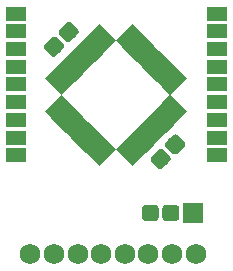
<source format=gbr>
%TF.GenerationSoftware,KiCad,Pcbnew,(5.0.0)*%
%TF.CreationDate,2019-02-01T22:06:09+01:00*%
%TF.ProjectId,HM-LC-Sw1-Pl-DN-R1_OBII,484D2D4C432D5377312D506C2D444E2D,rev?*%
%TF.SameCoordinates,Original*%
%TF.FileFunction,Soldermask,Top*%
%TF.FilePolarity,Negative*%
%FSLAX46Y46*%
G04 Gerber Fmt 4.6, Leading zero omitted, Abs format (unit mm)*
G04 Created by KiCad (PCBNEW (5.0.0)) date 02/01/19 22:06:09*
%MOMM*%
%LPD*%
G01*
G04 APERTURE LIST*
%ADD10R,1.750000X1.750000*%
%ADD11C,1.750000*%
%ADD12C,0.950000*%
%ADD13C,0.150000*%
%ADD14C,1.350000*%
%ADD15R,1.700000X1.300000*%
G04 APERTURE END LIST*
D10*
X155500000Y-97750000D03*
D11*
X155700000Y-101250000D03*
X141700000Y-101250000D03*
X143700000Y-101250000D03*
X145700000Y-101250000D03*
X147700000Y-101250000D03*
X149700000Y-101250000D03*
X151700000Y-101250000D03*
X153700000Y-101250000D03*
D12*
X147924695Y-82764897D03*
D13*
G36*
X146881712Y-82393666D02*
X147553464Y-81721914D01*
X148967678Y-83136128D01*
X148295926Y-83807880D01*
X146881712Y-82393666D01*
X146881712Y-82393666D01*
G37*
D12*
X147359010Y-83330583D03*
D13*
G36*
X146316027Y-82959352D02*
X146987779Y-82287600D01*
X148401993Y-83701814D01*
X147730241Y-84373566D01*
X146316027Y-82959352D01*
X146316027Y-82959352D01*
G37*
D12*
X146793324Y-83896268D03*
D13*
G36*
X145750341Y-83525037D02*
X146422093Y-82853285D01*
X147836307Y-84267499D01*
X147164555Y-84939251D01*
X145750341Y-83525037D01*
X145750341Y-83525037D01*
G37*
D12*
X146227639Y-84461953D03*
D13*
G36*
X145184656Y-84090722D02*
X145856408Y-83418970D01*
X147270622Y-84833184D01*
X146598870Y-85504936D01*
X145184656Y-84090722D01*
X145184656Y-84090722D01*
G37*
D12*
X145661953Y-85027639D03*
D13*
G36*
X144618970Y-84656408D02*
X145290722Y-83984656D01*
X146704936Y-85398870D01*
X146033184Y-86070622D01*
X144618970Y-84656408D01*
X144618970Y-84656408D01*
G37*
D12*
X145096268Y-85593324D03*
D13*
G36*
X144053285Y-85222093D02*
X144725037Y-84550341D01*
X146139251Y-85964555D01*
X145467499Y-86636307D01*
X144053285Y-85222093D01*
X144053285Y-85222093D01*
G37*
D12*
X144530583Y-86159010D03*
D13*
G36*
X143487600Y-85787779D02*
X144159352Y-85116027D01*
X145573566Y-86530241D01*
X144901814Y-87201993D01*
X143487600Y-85787779D01*
X143487600Y-85787779D01*
G37*
D12*
X143964897Y-86724695D03*
D13*
G36*
X142921914Y-86353464D02*
X143593666Y-85681712D01*
X145007880Y-87095926D01*
X144336128Y-87767678D01*
X142921914Y-86353464D01*
X142921914Y-86353464D01*
G37*
D12*
X143964897Y-88775305D03*
D13*
G36*
X143593666Y-89818288D02*
X142921914Y-89146536D01*
X144336128Y-87732322D01*
X145007880Y-88404074D01*
X143593666Y-89818288D01*
X143593666Y-89818288D01*
G37*
D12*
X144530583Y-89340990D03*
D13*
G36*
X144159352Y-90383973D02*
X143487600Y-89712221D01*
X144901814Y-88298007D01*
X145573566Y-88969759D01*
X144159352Y-90383973D01*
X144159352Y-90383973D01*
G37*
D12*
X145096268Y-89906676D03*
D13*
G36*
X144725037Y-90949659D02*
X144053285Y-90277907D01*
X145467499Y-88863693D01*
X146139251Y-89535445D01*
X144725037Y-90949659D01*
X144725037Y-90949659D01*
G37*
D12*
X145661953Y-90472361D03*
D13*
G36*
X145290722Y-91515344D02*
X144618970Y-90843592D01*
X146033184Y-89429378D01*
X146704936Y-90101130D01*
X145290722Y-91515344D01*
X145290722Y-91515344D01*
G37*
D12*
X146227639Y-91038047D03*
D13*
G36*
X145856408Y-92081030D02*
X145184656Y-91409278D01*
X146598870Y-89995064D01*
X147270622Y-90666816D01*
X145856408Y-92081030D01*
X145856408Y-92081030D01*
G37*
D12*
X146793324Y-91603732D03*
D13*
G36*
X146422093Y-92646715D02*
X145750341Y-91974963D01*
X147164555Y-90560749D01*
X147836307Y-91232501D01*
X146422093Y-92646715D01*
X146422093Y-92646715D01*
G37*
D12*
X147359010Y-92169417D03*
D13*
G36*
X146987779Y-93212400D02*
X146316027Y-92540648D01*
X147730241Y-91126434D01*
X148401993Y-91798186D01*
X146987779Y-93212400D01*
X146987779Y-93212400D01*
G37*
D12*
X147924695Y-92735103D03*
D13*
G36*
X147553464Y-93778086D02*
X146881712Y-93106334D01*
X148295926Y-91692120D01*
X148967678Y-92363872D01*
X147553464Y-93778086D01*
X147553464Y-93778086D01*
G37*
D12*
X149975305Y-92735103D03*
D13*
G36*
X148932322Y-92363872D02*
X149604074Y-91692120D01*
X151018288Y-93106334D01*
X150346536Y-93778086D01*
X148932322Y-92363872D01*
X148932322Y-92363872D01*
G37*
D12*
X150540990Y-92169417D03*
D13*
G36*
X149498007Y-91798186D02*
X150169759Y-91126434D01*
X151583973Y-92540648D01*
X150912221Y-93212400D01*
X149498007Y-91798186D01*
X149498007Y-91798186D01*
G37*
D12*
X151106676Y-91603732D03*
D13*
G36*
X150063693Y-91232501D02*
X150735445Y-90560749D01*
X152149659Y-91974963D01*
X151477907Y-92646715D01*
X150063693Y-91232501D01*
X150063693Y-91232501D01*
G37*
D12*
X151672361Y-91038047D03*
D13*
G36*
X150629378Y-90666816D02*
X151301130Y-89995064D01*
X152715344Y-91409278D01*
X152043592Y-92081030D01*
X150629378Y-90666816D01*
X150629378Y-90666816D01*
G37*
D12*
X152238047Y-90472361D03*
D13*
G36*
X151195064Y-90101130D02*
X151866816Y-89429378D01*
X153281030Y-90843592D01*
X152609278Y-91515344D01*
X151195064Y-90101130D01*
X151195064Y-90101130D01*
G37*
D12*
X152803732Y-89906676D03*
D13*
G36*
X151760749Y-89535445D02*
X152432501Y-88863693D01*
X153846715Y-90277907D01*
X153174963Y-90949659D01*
X151760749Y-89535445D01*
X151760749Y-89535445D01*
G37*
D12*
X153369417Y-89340990D03*
D13*
G36*
X152326434Y-88969759D02*
X152998186Y-88298007D01*
X154412400Y-89712221D01*
X153740648Y-90383973D01*
X152326434Y-88969759D01*
X152326434Y-88969759D01*
G37*
D12*
X153935103Y-88775305D03*
D13*
G36*
X152892120Y-88404074D02*
X153563872Y-87732322D01*
X154978086Y-89146536D01*
X154306334Y-89818288D01*
X152892120Y-88404074D01*
X152892120Y-88404074D01*
G37*
D12*
X153935103Y-86724695D03*
D13*
G36*
X153563872Y-87767678D02*
X152892120Y-87095926D01*
X154306334Y-85681712D01*
X154978086Y-86353464D01*
X153563872Y-87767678D01*
X153563872Y-87767678D01*
G37*
D12*
X153369417Y-86159010D03*
D13*
G36*
X152998186Y-87201993D02*
X152326434Y-86530241D01*
X153740648Y-85116027D01*
X154412400Y-85787779D01*
X152998186Y-87201993D01*
X152998186Y-87201993D01*
G37*
D12*
X152803732Y-85593324D03*
D13*
G36*
X152432501Y-86636307D02*
X151760749Y-85964555D01*
X153174963Y-84550341D01*
X153846715Y-85222093D01*
X152432501Y-86636307D01*
X152432501Y-86636307D01*
G37*
D12*
X152238047Y-85027639D03*
D13*
G36*
X151866816Y-86070622D02*
X151195064Y-85398870D01*
X152609278Y-83984656D01*
X153281030Y-84656408D01*
X151866816Y-86070622D01*
X151866816Y-86070622D01*
G37*
D12*
X151672361Y-84461953D03*
D13*
G36*
X151301130Y-85504936D02*
X150629378Y-84833184D01*
X152043592Y-83418970D01*
X152715344Y-84090722D01*
X151301130Y-85504936D01*
X151301130Y-85504936D01*
G37*
D12*
X151106676Y-83896268D03*
D13*
G36*
X150735445Y-84939251D02*
X150063693Y-84267499D01*
X151477907Y-82853285D01*
X152149659Y-83525037D01*
X150735445Y-84939251D01*
X150735445Y-84939251D01*
G37*
D12*
X150540990Y-83330583D03*
D13*
G36*
X150169759Y-84373566D02*
X149498007Y-83701814D01*
X150912221Y-82287600D01*
X151583973Y-82959352D01*
X150169759Y-84373566D01*
X150169759Y-84373566D01*
G37*
D12*
X149975305Y-82764897D03*
D13*
G36*
X149604074Y-83807880D02*
X148932322Y-83136128D01*
X150346536Y-81721914D01*
X151018288Y-82393666D01*
X149604074Y-83807880D01*
X149604074Y-83807880D01*
G37*
G36*
X145012154Y-81582755D02*
X145044916Y-81587615D01*
X145077044Y-81595663D01*
X145108229Y-81606821D01*
X145138169Y-81620982D01*
X145166578Y-81638009D01*
X145193181Y-81657739D01*
X145217722Y-81679981D01*
X145695019Y-82157278D01*
X145717261Y-82181819D01*
X145736991Y-82208422D01*
X145754018Y-82236831D01*
X145768179Y-82266771D01*
X145779337Y-82297956D01*
X145787385Y-82330084D01*
X145792245Y-82362846D01*
X145793870Y-82395927D01*
X145792245Y-82429008D01*
X145787385Y-82461770D01*
X145779337Y-82493898D01*
X145768179Y-82525083D01*
X145754018Y-82555023D01*
X145736991Y-82583432D01*
X145717261Y-82610035D01*
X145695019Y-82634576D01*
X145147012Y-83182583D01*
X145122471Y-83204825D01*
X145095868Y-83224555D01*
X145067459Y-83241582D01*
X145037519Y-83255743D01*
X145006334Y-83266901D01*
X144974206Y-83274949D01*
X144941444Y-83279809D01*
X144908363Y-83281434D01*
X144875282Y-83279809D01*
X144842520Y-83274949D01*
X144810392Y-83266901D01*
X144779207Y-83255743D01*
X144749267Y-83241582D01*
X144720858Y-83224555D01*
X144694255Y-83204825D01*
X144669714Y-83182583D01*
X144192417Y-82705286D01*
X144170175Y-82680745D01*
X144150445Y-82654142D01*
X144133418Y-82625733D01*
X144119257Y-82595793D01*
X144108099Y-82564608D01*
X144100051Y-82532480D01*
X144095191Y-82499718D01*
X144093566Y-82466637D01*
X144095191Y-82433556D01*
X144100051Y-82400794D01*
X144108099Y-82368666D01*
X144119257Y-82337481D01*
X144133418Y-82307541D01*
X144150445Y-82279132D01*
X144170175Y-82252529D01*
X144192417Y-82227988D01*
X144740424Y-81679981D01*
X144764965Y-81657739D01*
X144791568Y-81638009D01*
X144819977Y-81620982D01*
X144849917Y-81606821D01*
X144881102Y-81595663D01*
X144913230Y-81587615D01*
X144945992Y-81582755D01*
X144979073Y-81581130D01*
X145012154Y-81582755D01*
X145012154Y-81582755D01*
G37*
D14*
X144943718Y-82431282D03*
D13*
G36*
X143774718Y-82820191D02*
X143807480Y-82825051D01*
X143839608Y-82833099D01*
X143870793Y-82844257D01*
X143900733Y-82858418D01*
X143929142Y-82875445D01*
X143955745Y-82895175D01*
X143980286Y-82917417D01*
X144457583Y-83394714D01*
X144479825Y-83419255D01*
X144499555Y-83445858D01*
X144516582Y-83474267D01*
X144530743Y-83504207D01*
X144541901Y-83535392D01*
X144549949Y-83567520D01*
X144554809Y-83600282D01*
X144556434Y-83633363D01*
X144554809Y-83666444D01*
X144549949Y-83699206D01*
X144541901Y-83731334D01*
X144530743Y-83762519D01*
X144516582Y-83792459D01*
X144499555Y-83820868D01*
X144479825Y-83847471D01*
X144457583Y-83872012D01*
X143909576Y-84420019D01*
X143885035Y-84442261D01*
X143858432Y-84461991D01*
X143830023Y-84479018D01*
X143800083Y-84493179D01*
X143768898Y-84504337D01*
X143736770Y-84512385D01*
X143704008Y-84517245D01*
X143670927Y-84518870D01*
X143637846Y-84517245D01*
X143605084Y-84512385D01*
X143572956Y-84504337D01*
X143541771Y-84493179D01*
X143511831Y-84479018D01*
X143483422Y-84461991D01*
X143456819Y-84442261D01*
X143432278Y-84420019D01*
X142954981Y-83942722D01*
X142932739Y-83918181D01*
X142913009Y-83891578D01*
X142895982Y-83863169D01*
X142881821Y-83833229D01*
X142870663Y-83802044D01*
X142862615Y-83769916D01*
X142857755Y-83737154D01*
X142856130Y-83704073D01*
X142857755Y-83670992D01*
X142862615Y-83638230D01*
X142870663Y-83606102D01*
X142881821Y-83574917D01*
X142895982Y-83544977D01*
X142913009Y-83516568D01*
X142932739Y-83489965D01*
X142954981Y-83465424D01*
X143502988Y-82917417D01*
X143527529Y-82895175D01*
X143554132Y-82875445D01*
X143582541Y-82858418D01*
X143612481Y-82844257D01*
X143643666Y-82833099D01*
X143675794Y-82825051D01*
X143708556Y-82820191D01*
X143741637Y-82818566D01*
X143774718Y-82820191D01*
X143774718Y-82820191D01*
G37*
D14*
X143706282Y-83668718D03*
D13*
G36*
X152799718Y-92345191D02*
X152832480Y-92350051D01*
X152864608Y-92358099D01*
X152895793Y-92369257D01*
X152925733Y-92383418D01*
X152954142Y-92400445D01*
X152980745Y-92420175D01*
X153005286Y-92442417D01*
X153482583Y-92919714D01*
X153504825Y-92944255D01*
X153524555Y-92970858D01*
X153541582Y-92999267D01*
X153555743Y-93029207D01*
X153566901Y-93060392D01*
X153574949Y-93092520D01*
X153579809Y-93125282D01*
X153581434Y-93158363D01*
X153579809Y-93191444D01*
X153574949Y-93224206D01*
X153566901Y-93256334D01*
X153555743Y-93287519D01*
X153541582Y-93317459D01*
X153524555Y-93345868D01*
X153504825Y-93372471D01*
X153482583Y-93397012D01*
X152934576Y-93945019D01*
X152910035Y-93967261D01*
X152883432Y-93986991D01*
X152855023Y-94004018D01*
X152825083Y-94018179D01*
X152793898Y-94029337D01*
X152761770Y-94037385D01*
X152729008Y-94042245D01*
X152695927Y-94043870D01*
X152662846Y-94042245D01*
X152630084Y-94037385D01*
X152597956Y-94029337D01*
X152566771Y-94018179D01*
X152536831Y-94004018D01*
X152508422Y-93986991D01*
X152481819Y-93967261D01*
X152457278Y-93945019D01*
X151979981Y-93467722D01*
X151957739Y-93443181D01*
X151938009Y-93416578D01*
X151920982Y-93388169D01*
X151906821Y-93358229D01*
X151895663Y-93327044D01*
X151887615Y-93294916D01*
X151882755Y-93262154D01*
X151881130Y-93229073D01*
X151882755Y-93195992D01*
X151887615Y-93163230D01*
X151895663Y-93131102D01*
X151906821Y-93099917D01*
X151920982Y-93069977D01*
X151938009Y-93041568D01*
X151957739Y-93014965D01*
X151979981Y-92990424D01*
X152527988Y-92442417D01*
X152552529Y-92420175D01*
X152579132Y-92400445D01*
X152607541Y-92383418D01*
X152637481Y-92369257D01*
X152668666Y-92358099D01*
X152700794Y-92350051D01*
X152733556Y-92345191D01*
X152766637Y-92343566D01*
X152799718Y-92345191D01*
X152799718Y-92345191D01*
G37*
D14*
X152731282Y-93193718D03*
D13*
G36*
X154037154Y-91107755D02*
X154069916Y-91112615D01*
X154102044Y-91120663D01*
X154133229Y-91131821D01*
X154163169Y-91145982D01*
X154191578Y-91163009D01*
X154218181Y-91182739D01*
X154242722Y-91204981D01*
X154720019Y-91682278D01*
X154742261Y-91706819D01*
X154761991Y-91733422D01*
X154779018Y-91761831D01*
X154793179Y-91791771D01*
X154804337Y-91822956D01*
X154812385Y-91855084D01*
X154817245Y-91887846D01*
X154818870Y-91920927D01*
X154817245Y-91954008D01*
X154812385Y-91986770D01*
X154804337Y-92018898D01*
X154793179Y-92050083D01*
X154779018Y-92080023D01*
X154761991Y-92108432D01*
X154742261Y-92135035D01*
X154720019Y-92159576D01*
X154172012Y-92707583D01*
X154147471Y-92729825D01*
X154120868Y-92749555D01*
X154092459Y-92766582D01*
X154062519Y-92780743D01*
X154031334Y-92791901D01*
X153999206Y-92799949D01*
X153966444Y-92804809D01*
X153933363Y-92806434D01*
X153900282Y-92804809D01*
X153867520Y-92799949D01*
X153835392Y-92791901D01*
X153804207Y-92780743D01*
X153774267Y-92766582D01*
X153745858Y-92749555D01*
X153719255Y-92729825D01*
X153694714Y-92707583D01*
X153217417Y-92230286D01*
X153195175Y-92205745D01*
X153175445Y-92179142D01*
X153158418Y-92150733D01*
X153144257Y-92120793D01*
X153133099Y-92089608D01*
X153125051Y-92057480D01*
X153120191Y-92024718D01*
X153118566Y-91991637D01*
X153120191Y-91958556D01*
X153125051Y-91925794D01*
X153133099Y-91893666D01*
X153144257Y-91862481D01*
X153158418Y-91832541D01*
X153175445Y-91804132D01*
X153195175Y-91777529D01*
X153217417Y-91752988D01*
X153765424Y-91204981D01*
X153789965Y-91182739D01*
X153816568Y-91163009D01*
X153844977Y-91145982D01*
X153874917Y-91131821D01*
X153906102Y-91120663D01*
X153938230Y-91112615D01*
X153970992Y-91107755D01*
X154004073Y-91106130D01*
X154037154Y-91107755D01*
X154037154Y-91107755D01*
G37*
D14*
X153968718Y-91956282D03*
D13*
G36*
X152270581Y-97076625D02*
X152303343Y-97081485D01*
X152335471Y-97089533D01*
X152366656Y-97100691D01*
X152396596Y-97114852D01*
X152425005Y-97131879D01*
X152451608Y-97151609D01*
X152476149Y-97173851D01*
X152498391Y-97198392D01*
X152518121Y-97224995D01*
X152535148Y-97253404D01*
X152549309Y-97283344D01*
X152560467Y-97314529D01*
X152568515Y-97346657D01*
X152573375Y-97379419D01*
X152575000Y-97412500D01*
X152575000Y-98087500D01*
X152573375Y-98120581D01*
X152568515Y-98153343D01*
X152560467Y-98185471D01*
X152549309Y-98216656D01*
X152535148Y-98246596D01*
X152518121Y-98275005D01*
X152498391Y-98301608D01*
X152476149Y-98326149D01*
X152451608Y-98348391D01*
X152425005Y-98368121D01*
X152396596Y-98385148D01*
X152366656Y-98399309D01*
X152335471Y-98410467D01*
X152303343Y-98418515D01*
X152270581Y-98423375D01*
X152237500Y-98425000D01*
X151462500Y-98425000D01*
X151429419Y-98423375D01*
X151396657Y-98418515D01*
X151364529Y-98410467D01*
X151333344Y-98399309D01*
X151303404Y-98385148D01*
X151274995Y-98368121D01*
X151248392Y-98348391D01*
X151223851Y-98326149D01*
X151201609Y-98301608D01*
X151181879Y-98275005D01*
X151164852Y-98246596D01*
X151150691Y-98216656D01*
X151139533Y-98185471D01*
X151131485Y-98153343D01*
X151126625Y-98120581D01*
X151125000Y-98087500D01*
X151125000Y-97412500D01*
X151126625Y-97379419D01*
X151131485Y-97346657D01*
X151139533Y-97314529D01*
X151150691Y-97283344D01*
X151164852Y-97253404D01*
X151181879Y-97224995D01*
X151201609Y-97198392D01*
X151223851Y-97173851D01*
X151248392Y-97151609D01*
X151274995Y-97131879D01*
X151303404Y-97114852D01*
X151333344Y-97100691D01*
X151364529Y-97089533D01*
X151396657Y-97081485D01*
X151429419Y-97076625D01*
X151462500Y-97075000D01*
X152237500Y-97075000D01*
X152270581Y-97076625D01*
X152270581Y-97076625D01*
G37*
D14*
X151850000Y-97750000D03*
D13*
G36*
X154020581Y-97076625D02*
X154053343Y-97081485D01*
X154085471Y-97089533D01*
X154116656Y-97100691D01*
X154146596Y-97114852D01*
X154175005Y-97131879D01*
X154201608Y-97151609D01*
X154226149Y-97173851D01*
X154248391Y-97198392D01*
X154268121Y-97224995D01*
X154285148Y-97253404D01*
X154299309Y-97283344D01*
X154310467Y-97314529D01*
X154318515Y-97346657D01*
X154323375Y-97379419D01*
X154325000Y-97412500D01*
X154325000Y-98087500D01*
X154323375Y-98120581D01*
X154318515Y-98153343D01*
X154310467Y-98185471D01*
X154299309Y-98216656D01*
X154285148Y-98246596D01*
X154268121Y-98275005D01*
X154248391Y-98301608D01*
X154226149Y-98326149D01*
X154201608Y-98348391D01*
X154175005Y-98368121D01*
X154146596Y-98385148D01*
X154116656Y-98399309D01*
X154085471Y-98410467D01*
X154053343Y-98418515D01*
X154020581Y-98423375D01*
X153987500Y-98425000D01*
X153212500Y-98425000D01*
X153179419Y-98423375D01*
X153146657Y-98418515D01*
X153114529Y-98410467D01*
X153083344Y-98399309D01*
X153053404Y-98385148D01*
X153024995Y-98368121D01*
X152998392Y-98348391D01*
X152973851Y-98326149D01*
X152951609Y-98301608D01*
X152931879Y-98275005D01*
X152914852Y-98246596D01*
X152900691Y-98216656D01*
X152889533Y-98185471D01*
X152881485Y-98153343D01*
X152876625Y-98120581D01*
X152875000Y-98087500D01*
X152875000Y-97412500D01*
X152876625Y-97379419D01*
X152881485Y-97346657D01*
X152889533Y-97314529D01*
X152900691Y-97283344D01*
X152914852Y-97253404D01*
X152931879Y-97224995D01*
X152951609Y-97198392D01*
X152973851Y-97173851D01*
X152998392Y-97151609D01*
X153024995Y-97131879D01*
X153053404Y-97114852D01*
X153083344Y-97100691D01*
X153114529Y-97089533D01*
X153146657Y-97081485D01*
X153179419Y-97076625D01*
X153212500Y-97075000D01*
X153987500Y-97075000D01*
X154020581Y-97076625D01*
X154020581Y-97076625D01*
G37*
D14*
X153600000Y-97750000D03*
D15*
X157545000Y-92875000D03*
X157545000Y-91375000D03*
X157545000Y-89875000D03*
X157545000Y-88375000D03*
X157545000Y-86875000D03*
X157545000Y-85375000D03*
X157545000Y-83875000D03*
X157545000Y-82375000D03*
X157545000Y-80875000D03*
X140465000Y-92875000D03*
X140465000Y-91375000D03*
X140465000Y-89875000D03*
X140465000Y-88375000D03*
X140455000Y-86875000D03*
X140455000Y-85375000D03*
X140455000Y-83875000D03*
X140455000Y-82375000D03*
X140465000Y-80875000D03*
M02*

</source>
